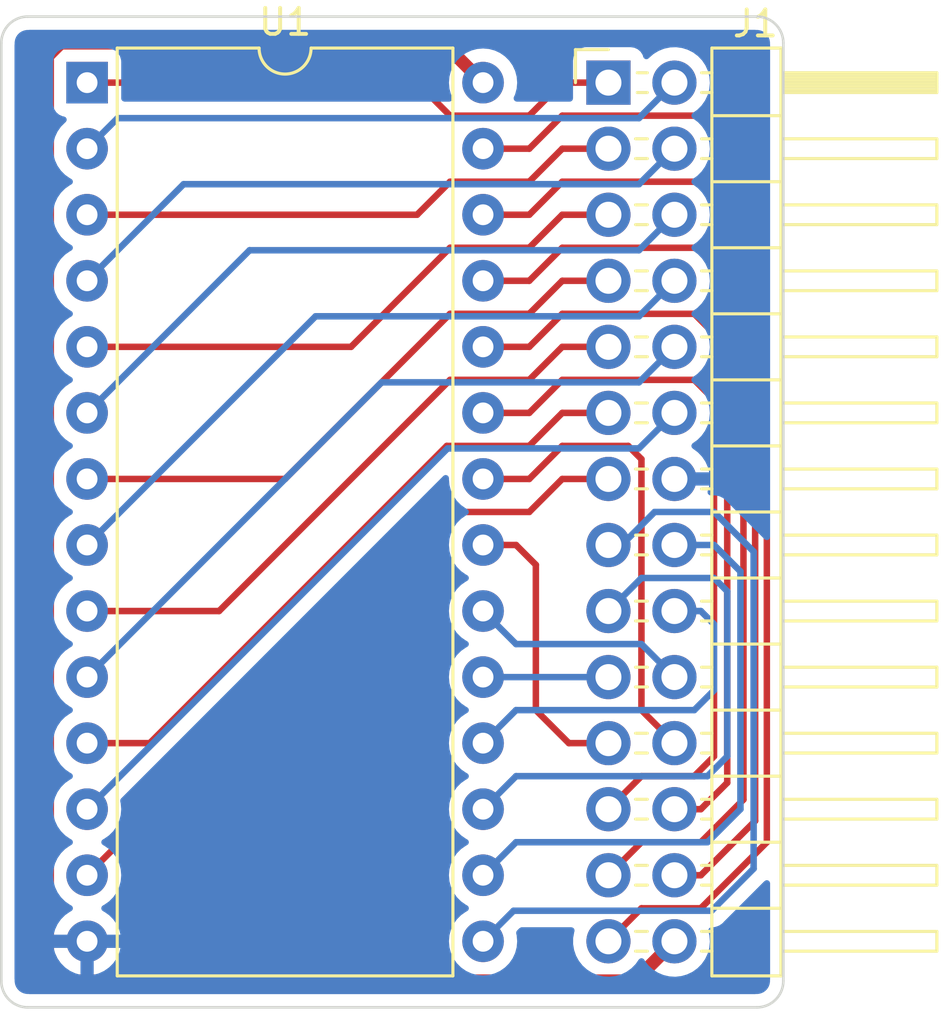
<source format=kicad_pcb>
(kicad_pcb (version 20201116) (generator pcbnew)
  (layers (0 "F.Cu" signal) (31 "B.Cu" signal) (34 "B.Paste" user) (35 "F.Paste" user) (36 "B.SilkS" user "B.Silkscreen") (37 "F.SilkS" user "F.Silkscreen") (38 "B.Mask" user) (39 "F.Mask" user) (44 "Edge.Cuts" user))
  (net 0 "")
  (net 1 "+5V")
  (net 2 "WE")
  (net 3 "/A13")
  (net 4 "/A8")
  (net 5 "/A9")
  (net 6 "/A11")
  (net 7 "OE")
  (net 8 "/A10")
  (net 9 "CS")
  (net 10 "/D7")
  (net 11 "/D6")
  (net 12 "/D5")
  (net 13 "/D4")
  (net 14 "/D3")
  (net 15 "GND")
  (net 16 "/D2")
  (net 17 "/D1")
  (net 18 "/D0")
  (net 19 "/A0")
  (net 20 "/A1")
  (net 21 "/A2")
  (net 22 "/A3")
  (net 23 "/A4")
  (net 24 "/A5")
  (net 25 "/A6")
  (net 26 "/A7")
  (net 27 "/A12")
  (net 28 "/A14")
  (footprint "Connector_PinHeader_2.54mm:PinHeader_2x14_P2.54mm_Horizontal" (layer "F.Cu") (at 121.92 51.054)
    (fp_text reference "J1" (at 5.655 -2.27) (layer "F.SilkS"))
    (fp_text value "ROM")
    (fp_line (start 1.11 -0.38) (end 1.497071 -0.38) (layer "F.SilkS") (width 0.12))
    (fp_line (start 3.582929 7.24) (end 3.98 7.24) (layer "F.SilkS") (width 0.12))
    (fp_line (start 6.64 0.04) (end 12.64 0.04) (layer "F.SilkS") (width 0.12))
    (fp_line (start 3.98 13.97) (end 6.64 13.97) (layer "F.SilkS") (width 0.12))
    (fp_line (start 12.64 13.08) (end 6.64 13.08) (layer "F.SilkS") (width 0.12))
    (fp_line (start 12.64 15.62) (end 6.64 15.62) (layer "F.SilkS") (width 0.12))
    (fp_line (start 1.042929 30.1) (end 1.497071 30.1) (layer "F.SilkS") (width 0.12))
    (fp_line (start 1.042929 33.4) (end 1.497071 33.4) (layer "F.SilkS") (width 0.12))
    (fp_line (start 6.64 34.35) (end 6.64 -1.33) (layer "F.SilkS") (width 0.12))
    (fp_line (start 3.582929 25.78) (end 3.98 25.78) (layer "F.SilkS") (width 0.12))
    (fp_line (start 12.64 32.64) (end 12.64 33.4) (layer "F.SilkS") (width 0.12))
    (fp_line (start 1.042929 20.7) (end 1.497071 20.7) (layer "F.SilkS") (width 0.12))
    (fp_line (start 1.042929 25.78) (end 1.497071 25.78) (layer "F.SilkS") (width 0.12))
    (fp_line (start 1.042929 13.08) (end 1.497071 13.08) (layer "F.SilkS") (width 0.12))
    (fp_line (start 1.042929 30.86) (end 1.497071 30.86) (layer "F.SilkS") (width 0.12))
    (fp_line (start 12.64 9.78) (end 12.64 10.54) (layer "F.SilkS") (width 0.12))
    (fp_line (start -1.27 -1.27) (end 0 -1.27) (layer "F.SilkS") (width 0.12))
    (fp_line (start 1.042929 18.16) (end 1.497071 18.16) (layer "F.SilkS") (width 0.12))
    (fp_line (start 3.98 24.13) (end 6.64 24.13) (layer "F.SilkS") (width 0.12))
    (fp_line (start 1.11 0.38) (end 1.497071 0.38) (layer "F.SilkS") (width 0.12))
    (fp_line (start 3.582929 2.16) (end 3.98 2.16) (layer "F.SilkS") (width 0.12))
    (fp_line (start 12.64 14.86) (end 12.64 15.62) (layer "F.SilkS") (width 0.12))
    (fp_line (start 1.042929 2.16) (end 1.497071 2.16) (layer "F.SilkS") (width 0.12))
    (fp_line (start 3.582929 13.08) (end 3.98 13.08) (layer "F.SilkS") (width 0.12))
    (fp_line (start 3.582929 10.54) (end 3.98 10.54) (layer "F.SilkS") (width 0.12))
    (fp_line (start 6.64 -0.08) (end 12.64 -0.08) (layer "F.SilkS") (width 0.12))
    (fp_line (start 1.042929 17.4) (end 1.497071 17.4) (layer "F.SilkS") (width 0.12))
    (fp_line (start 3.582929 22.48) (end 3.98 22.48) (layer "F.SilkS") (width 0.12))
    (fp_line (start 12.64 27.56) (end 12.64 28.32) (layer "F.SilkS") (width 0.12))
    (fp_line (start 12.64 33.4) (end 6.64 33.4) (layer "F.SilkS") (width 0.12))
    (fp_line (start 12.64 28.32) (end 6.64 28.32) (layer "F.SilkS") (width 0.12))
    (fp_line (start 12.64 25.02) (end 12.64 25.78) (layer "F.SilkS") (width 0.12))
    (fp_line (start 3.98 31.75) (end 6.64 31.75) (layer "F.SilkS") (width 0.12))
    (fp_line (start 3.98 11.43) (end 6.64 11.43) (layer "F.SilkS") (width 0.12))
    (fp_line (start 3.98 6.35) (end 6.64 6.35) (layer "F.SilkS") (width 0.12))
    (fp_line (start 6.64 25.02) (end 12.64 25.02) (layer "F.SilkS") (width 0.12))
    (fp_line (start 1.042929 28.32) (end 1.497071 28.32) (layer "F.SilkS") (width 0.12))
    (fp_line (start 3.582929 18.16) (end 3.98 18.16) (layer "F.SilkS") (width 0.12))
    (fp_line (start 6.64 -0.32) (end 12.64 -0.32) (layer "F.SilkS") (width 0.12))
    (fp_line (start 1.042929 22.48) (end 1.497071 22.48) (layer "F.SilkS") (width 0.12))
    (fp_line (start 3.582929 28.32) (end 3.98 28.32) (layer "F.SilkS") (width 0.12))
    (fp_line (start 12.64 19.94) (end 12.64 20.7) (layer "F.SilkS") (width 0.12))
    (fp_line (start 6.64 32.64) (end 12.64 32.64) (layer "F.SilkS") (width 0.12))
    (fp_line (start 3.582929 14.86) (end 3.98 14.86) (layer "F.SilkS") (width 0.12))
    (fp_line (start 1.042929 2.92) (end 1.497071 2.92) (layer "F.SilkS") (width 0.12))
    (fp_line (start 3.582929 19.94) (end 3.98 19.94) (layer "F.SilkS") (width 0.12))
    (fp_line (start 12.64 12.32) (end 12.64 13.08) (layer "F.SilkS") (width 0.12))
    (fp_line (start 3.582929 2.92) (end 3.98 2.92) (layer "F.SilkS") (width 0.12))
    (fp_line (start 1.042929 5.46) (end 1.497071 5.46) (layer "F.SilkS") (width 0.12))
    (fp_line (start 3.582929 33.4) (end 3.98 33.4) (layer "F.SilkS") (width 0.12))
    (fp_line (start 3.98 19.05) (end 6.64 19.05) (layer "F.SilkS") (width 0.12))
    (fp_line (start 1.042929 27.56) (end 1.497071 27.56) (layer "F.SilkS") (width 0.12))
    (fp_line (start 12.64 5.46) (end 6.64 5.46) (layer "F.SilkS") (width 0.12))
    (fp_line (start 12.64 0.38) (end 6.64 0.38) (layer "F.SilkS") (width 0.12))
    (fp_line (start 12.64 20.7) (end 6.64 20.7) (layer "F.SilkS") (width 0.12))
    (fp_line (start 12.64 30.86) (end 6.64 30.86) (layer "F.SilkS") (width 0.12))
    (fp_line (start 3.582929 23.24) (end 3.98 23.24) (layer "F.SilkS") (width 0.12))
    (fp_line (start 6.64 7.24) (end 12.64 7.24) (layer "F.SilkS") (width 0.12))
    (fp_line (start 1.042929 23.24) (end 1.497071 23.24) (layer "F.SilkS") (width 0.12))
    (fp_line (start 12.64 18.16) (end 6.64 18.16) (layer "F.SilkS") (width 0.12))
    (fp_line (start 6.64 17.4) (end 12.64 17.4) (layer "F.SilkS") (width 0.12))
    (fp_line (start 3.582929 27.56) (end 3.98 27.56) (layer "F.SilkS") (width 0.12))
    (fp_line (start 12.64 25.78) (end 6.64 25.78) (layer "F.SilkS") (width 0.12))
    (fp_line (start 3.582929 17.4) (end 3.98 17.4) (layer "F.SilkS") (width 0.12))
    (fp_line (start 3.582929 20.7) (end 3.98 20.7) (layer "F.SilkS") (width 0.12))
    (fp_line (start 3.582929 0.38) (end 3.98 0.38) (layer "F.SilkS") (width 0.12))
    (fp_line (start 1.042929 25.02) (end 1.497071 25.02) (layer "F.SilkS") (width 0.12))
    (fp_line (start 1.042929 10.54) (end 1.497071 10.54) (layer "F.SilkS") (width 0.12))
    (fp_line (start 6.64 22.48) (end 12.64 22.48) (layer "F.SilkS") (width 0.12))
    (fp_line (start 6.64 0.16) (end 12.64 0.16) (layer "F.SilkS") (width 0.12))
    (fp_line (start 12.64 2.16) (end 12.64 2.92) (layer "F.SilkS") (width 0.12))
    (fp_line (start 3.582929 -0.38) (end 3.98 -0.38) (layer "F.SilkS") (width 0.12))
    (fp_line (start 6.64 12.32) (end 12.64 12.32) (layer "F.SilkS") (width 0.12))
    (fp_line (start 3.582929 8) (end 3.98 8) (layer "F.SilkS") (width 0.12))
    (fp_line (start 12.64 2.92) (end 6.64 2.92) (layer "F.SilkS") (width 0.12))
    (fp_line (start 6.64 9.78) (end 12.64 9.78) (layer "F.SilkS") (width 0.12))
    (fp_line (start 3.98 26.67) (end 6.64 26.67) (layer "F.SilkS") (width 0.12))
    (fp_line (start 3.98 21.59) (end 6.64 21.59) (layer "F.SilkS") (width 0.12))
    (fp_line (start 6.64 0.28) (end 12.64 0.28) (layer "F.SilkS") (width 0.12))
    (fp_line (start 3.98 34.35) (end 6.64 34.35) (layer "F.SilkS") (width 0.12))
    (fp_line (start 3.98 29.21) (end 6.64 29.21) (layer "F.SilkS") (width 0.12))
    (fp_line (start 12.64 8) (end 6.64 8) (layer "F.SilkS") (width 0.12))
    (fp_line (start 12.64 30.1) (end 12.64 30.86) (layer "F.SilkS") (width 0.12))
    (fp_line (start 6.64 27.56) (end 12.64 27.56) (layer "F.SilkS") (width 0.12))
    (fp_line (start -1.27 0) (end -1.27 -1.27) (layer "F.SilkS") (width 0.12))
    (fp_line (start 1.042929 15.62) (end 1.497071 15.62) (layer "F.SilkS") (width 0.12))
    (fp_line (start 6.64 -1.33) (end 3.98 -1.33) (layer "F.SilkS") (width 0.12))
    (fp_line (start 3.582929 15.62) (end 3.98 15.62) (layer "F.SilkS") (width 0.12))
    (fp_line (start 3.582929 9.78) (end 3.98 9.78) (layer "F.SilkS") (width 0.12))
    (fp_line (start 6.64 19.94) (end 12.64 19.94) (layer "F.SilkS") (width 0.12))
    (fp_line (start 6.64 -0.2) (end 12.64 -0.2) (layer "F.SilkS") (width 0.12))
    (fp_line (start 1.042929 7.24) (end 1.497071 7.24) (layer "F.SilkS") (width 0.12))
    (fp_line (start 1.042929 14.86) (end 1.497071 14.86) (layer "F.SilkS") (width 0.12))
    (fp_line (start 1.042929 19.94) (end 1.497071 19.94) (layer "F.SilkS") (width 0.12))
    (fp_line (start 1.042929 9.78) (end 1.497071 9.78) (layer "F.SilkS") (width 0.12))
    (fp_line (start 3.98 8.89) (end 6.64 8.89) (layer "F.SilkS") (width 0.12))
    (fp_line (start 3.582929 30.86) (end 3.98 30.86) (layer "F.SilkS") (width 0.12))
    (fp_line (start 12.64 10.54) (end 6.64 10.54) (layer "F.SilkS") (width 0.12))
    (fp_line (start 6.64 2.16) (end 12.64 2.16) (layer "F.SilkS") (width 0.12))
    (fp_line (start 12.64 22.48) (end 12.64 23.24) (layer "F.SilkS") (width 0.12))
    (fp_line (start 3.582929 25.02) (end 3.98 25.02) (layer "F.SilkS") (width 0.12))
    (fp_line (start 12.64 4.7) (end 12.64 5.46) (layer "F.SilkS") (width 0.12))
    (fp_line (start 6.64 30.1) (end 12.64 30.1) (layer "F.SilkS") (width 0.12))
    (fp_line (start 3.582929 30.1) (end 3.98 30.1) (layer "F.SilkS") (width 0.12))
    (fp_line (start 12.64 23.24) (end 6.64 23.24) (layer "F.SilkS") (width 0.12))
    (fp_line (start 12.64 7.24) (end 12.64 8) (layer "F.SilkS") (width 0.12))
    (fp_line (start 3.98 3.81) (end 6.64 3.81) (layer "F.SilkS") (width 0.12))
    (fp_line (start 3.98 1.27) (end 6.64 1.27) (layer "F.SilkS") (width 0.12))
    (fp_line (start 12.64 -0.38) (end 12.64 0.38) (layer "F.SilkS") (width 0.12))
    (fp_line (start 1.042929 32.64) (end 1.497071 32.64) (layer "F.SilkS") (width 0.12))
    (fp_line (start 3.582929 12.32) (end 3.98 12.32) (layer "F.SilkS") (width 0.12))
    (fp_line (start 1.042929 4.7) (end 1.497071 4.7) (layer "F.SilkS") (width 0.12))
    (fp_line (start 6.64 4.7) (end 12.64 4.7) (layer "F.SilkS") (width 0.12))
    (fp_line (start 6.64 -0.38) (end 12.64 -0.38) (layer "F.SilkS") (width 0.12))
    (fp_line (start 3.582929 5.46) (end 3.98 5.46) (layer "F.SilkS") (width 0.12))
    (fp_line (start 6.64 14.86) (end 12.64 14.86) (layer "F.SilkS") (width 0.12))
    (fp_line (start 3.98 -1.33) (end 3.98 34.35) (layer "F.SilkS") (width 0.12))
    (fp_line (start 3.582929 4.7) (end 3.98 4.7) (layer "F.SilkS") (width 0.12))
    (fp_line (start 12.64 17.4) (end 12.64 18.16) (layer "F.SilkS") (width 0.12))
    (fp_line (start 1.042929 8) (end 1.497071 8) (layer "F.SilkS") (width 0.12))
    (fp_line (start 3.582929 32.64) (end 3.98 32.64) (layer "F.SilkS") (width 0.12))
    (fp_line (start 1.042929 12.32) (end 1.497071 12.32) (layer "F.SilkS") (width 0.12))
    (fp_line (start 3.98 16.51) (end 6.64 16.51) (layer "F.SilkS") (width 0.12))
    (pad "1" thru_hole rect (at 0 0) (size 1.7 1.7) (drill 1) (layers *.Cu *.Mask) (net 28 "/A14"))
    (pad "2" thru_hole oval (at 2.54 0) (size 1.7 1.7) (drill 1) (layers *.Cu *.Mask) (net 27 "/A12"))
    (pad "3" thru_hole oval (at 0 2.54) (size 1.7 1.7) (drill 1) (layers *.Cu *.Mask) (net 26 "/A7"))
    (pad "4" thru_hole oval (at 2.54 2.54) (size 1.7 1.7) (drill 1) (layers *.Cu *.Mask) (net 25 "/A6"))
    (pad "5" thru_hole oval (at 0 5.08) (size 1.7 1.7) (drill 1) (layers *.Cu *.Mask) (net 24 "/A5"))
    (pad "6" thru_hole oval (at 2.54 5.08) (size 1.7 1.7) (drill 1) (layers *.Cu *.Mask) (net 23 "/A4"))
    (pad "7" thru_hole oval (at 0 7.62) (size 1.7 1.7) (drill 1) (layers *.Cu *.Mask) (net 22 "/A3"))
    (pad "8" thru_hole oval (at 2.54 7.62) (size 1.7 1.7) (drill 1) (layers *.Cu *.Mask) (net 21 "/A2"))
    (pad "9" thru_hole oval (at 0 10.16) (size 1.7 1.7) (drill 1) (layers *.Cu *.Mask) (net 20 "/A1"))
    (pad "10" thru_hole oval (at 2.54 10.16) (size 1.7 1.7) (drill 1) (layers *.Cu *.Mask) (net 19 "/A0"))
    (pad "11" thru_hole oval (at 0 12.7) (size 1.7 1.7) (drill 1) (layers *.Cu *.Mask) (net 18 "/D0"))
    (pad "12" thru_hole oval (at 2.54 12.7) (size 1.7 1.7) (drill 1) (layers *.Cu *.Mask) (net 17 "/D1"))
    (pad "13" thru_hole oval (at 0 15.24) (size 1.7 1.7) (drill 1) (layers *.Cu *.Mask) (net 16 "/D2"))
    (pad "14" thru_hole oval (at 2.54 15.24) (size 1.7 1.7) (drill 1) (layers *.Cu *.Mask) (net 15 "GND"))
    (pad "15" thru_hole oval (at 0 17.78) (size 1.7 1.7) (drill 1) (layers *.Cu *.Mask) (net 14 "/D3"))
    (pad "16" thru_hole oval (at 2.54 17.78) (size 1.7 1.7) (drill 1) (layers *.Cu *.Mask) (net 13 "/D4"))
    (pad "17" thru_hole oval (at 0 20.32) (size 1.7 1.7) (drill 1) (layers *.Cu *.Mask) (net 12 "/D5"))
    (pad "18" thru_hole oval (at 2.54 20.32) (size 1.7 1.7) (drill 1) (layers *.Cu *.Mask) (net 11 "/D6"))
    (pad "19" thru_hole oval (at 0 22.86) (size 1.7 1.7) (drill 1) (layers *.Cu *.Mask) (net 10 "/D7"))
    (pad "20" thru_hole oval (at 2.54 22.86) (size 1.7 1.7) (drill 1) (layers *.Cu *.Mask) (net 9 "CS"))
    (pad "21" thru_hole oval (at 0 25.4) (size 1.7 1.7) (drill 1) (layers *.Cu *.Mask) (net 8 "/A10"))
    (pad "22" thru_hole oval (at 2.54 25.4) (size 1.7 1.7) (drill 1) (layers *.Cu *.Mask) (net 7 "OE"))
    (pad "23" thru_hole oval (at 0 27.94) (size 1.7 1.7) (drill 1) (layers *.Cu *.Mask) (net 6 "/A11"))
    (pad "24" thru_hole oval (at 2.54 27.94) (size 1.7 1.7) (drill 1) (layers *.Cu *.Mask) (net 5 "/A9"))
    (pad "25" thru_hole oval (at 0 30.48) (size 1.7 1.7) (drill 1) (layers *.Cu *.Mask) (net 4 "/A8"))
    (pad "26" thru_hole oval (at 2.54 30.48) (size 1.7 1.7) (drill 1) (layers *.Cu *.Mask) (net 3 "/A13"))
    (pad "27" thru_hole oval (at 0 33.02) (size 1.7 1.7) (drill 1) (layers *.Cu *.Mask) (net 2 "WE"))
    (pad "28" thru_hole oval (at 2.54 33.02) (size 1.7 1.7) (drill 1) (layers *.Cu *.Mask) (net 1 "+5V"))
  )
  (footprint "Package_DIP:DIP-28_W15.24mm" (layer "F.Cu") (at 101.854 51.054)
    (fp_text reference "U1" (at 7.62 -2.33) (layer "F.SilkS"))
    (fp_text value "28C256")
    (fp_line (start 14.08 -1.33) (end 8.62 -1.33) (layer "F.SilkS") (width 0.12))
    (fp_line (start 1.16 34.35) (end 14.08 34.35) (layer "F.SilkS") (width 0.12))
    (fp_line (start 1.16 -1.33) (end 1.16 34.35) (layer "F.SilkS") (width 0.12))
    (fp_line (start 6.62 -1.33) (end 1.16 -1.33) (layer "F.SilkS") (width 0.12))
    (fp_line (start 14.08 34.35) (end 14.08 -1.33) (layer "F.SilkS") (width 0.12))
    (fp_arc (start 7.62 -1.33) (end 6.62 -1.33) (angle -180) (layer "F.SilkS") (width 0.12))
    (pad "1" thru_hole rect (at 0 0) (size 1.6 1.6) (drill 0.8) (layers *.Cu *.Mask) (net 28 "/A14"))
    (pad "2" thru_hole oval (at 0 2.54) (size 1.6 1.6) (drill 0.8) (layers *.Cu *.Mask) (net 27 "/A12"))
    (pad "3" thru_hole oval (at 0 5.08) (size 1.6 1.6) (drill 0.8) (layers *.Cu *.Mask) (net 26 "/A7"))
    (pad "4" thru_hole oval (at 0 7.62) (size 1.6 1.6) (drill 0.8) (layers *.Cu *.Mask) (net 25 "/A6"))
    (pad "5" thru_hole oval (at 0 10.16) (size 1.6 1.6) (drill 0.8) (layers *.Cu *.Mask) (net 24 "/A5"))
    (pad "6" thru_hole oval (at 0 12.7) (size 1.6 1.6) (drill 0.8) (layers *.Cu *.Mask) (net 23 "/A4"))
    (pad "7" thru_hole oval (at 0 15.24) (size 1.6 1.6) (drill 0.8) (layers *.Cu *.Mask) (net 22 "/A3"))
    (pad "8" thru_hole oval (at 0 17.78) (size 1.6 1.6) (drill 0.8) (layers *.Cu *.Mask) (net 21 "/A2"))
    (pad "9" thru_hole oval (at 0 20.32) (size 1.6 1.6) (drill 0.8) (layers *.Cu *.Mask) (net 20 "/A1"))
    (pad "10" thru_hole oval (at 0 22.86) (size 1.6 1.6) (drill 0.8) (layers *.Cu *.Mask) (net 19 "/A0"))
    (pad "11" thru_hole oval (at 0 25.4) (size 1.6 1.6) (drill 0.8) (layers *.Cu *.Mask) (net 18 "/D0"))
    (pad "12" thru_hole oval (at 0 27.94) (size 1.6 1.6) (drill 0.8) (layers *.Cu *.Mask) (net 17 "/D1"))
    (pad "13" thru_hole oval (at 0 30.48) (size 1.6 1.6) (drill 0.8) (layers *.Cu *.Mask) (net 16 "/D2"))
    (pad "14" thru_hole oval (at 0 33.02) (size 1.6 1.6) (drill 0.8) (layers *.Cu *.Mask) (net 15 "GND"))
    (pad "15" thru_hole oval (at 15.24 33.02) (size 1.6 1.6) (drill 0.8) (layers *.Cu *.Mask) (net 14 "/D3"))
    (pad "16" thru_hole oval (at 15.24 30.48) (size 1.6 1.6) (drill 0.8) (layers *.Cu *.Mask) (net 13 "/D4"))
    (pad "17" thru_hole oval (at 15.24 27.94) (size 1.6 1.6) (drill 0.8) (layers *.Cu *.Mask) (net 12 "/D5"))
    (pad "18" thru_hole oval (at 15.24 25.4) (size 1.6 1.6) (drill 0.8) (layers *.Cu *.Mask) (net 11 "/D6"))
    (pad "19" thru_hole oval (at 15.24 22.86) (size 1.6 1.6) (drill 0.8) (layers *.Cu *.Mask) (net 10 "/D7"))
    (pad "20" thru_hole oval (at 15.24 20.32) (size 1.6 1.6) (drill 0.8) (layers *.Cu *.Mask) (net 9 "CS"))
    (pad "21" thru_hole oval (at 15.24 17.78) (size 1.6 1.6) (drill 0.8) (layers *.Cu *.Mask) (net 8 "/A10"))
    (pad "22" thru_hole oval (at 15.24 15.24) (size 1.6 1.6) (drill 0.8) (layers *.Cu *.Mask) (net 7 "OE"))
    (pad "23" thru_hole oval (at 15.24 12.7) (size 1.6 1.6) (drill 0.8) (layers *.Cu *.Mask) (net 6 "/A11"))
    (pad "24" thru_hole oval (at 15.24 10.16) (size 1.6 1.6) (drill 0.8) (layers *.Cu *.Mask) (net 5 "/A9"))
    (pad "25" thru_hole oval (at 15.24 7.62) (size 1.6 1.6) (drill 0.8) (layers *.Cu *.Mask) (net 4 "/A8"))
    (pad "26" thru_hole oval (at 15.24 5.08) (size 1.6 1.6) (drill 0.8) (layers *.Cu *.Mask) (net 3 "/A13"))
    (pad "27" thru_hole oval (at 15.24 2.54) (size 1.6 1.6) (drill 0.8) (layers *.Cu *.Mask) (net 2 "WE"))
    (pad "28" thru_hole oval (at 15.24 0) (size 1.6 1.6) (drill 0.8) (layers *.Cu *.Mask) (net 1 "+5V"))
  )
  (gr_line (start 128.651 49.53) (end 128.651 85.598) (layer "Edge.Cuts") (width 0.1))
  (gr_arc (start 99.568 49.53) (end 99.568 48.514) (angle -90) (layer "Edge.Cuts") (width 0.1))
  (gr_line (start 127.635 86.614) (end 99.568 86.614) (layer "Edge.Cuts") (width 0.1))
  (gr_arc (start 127.635 49.53) (end 128.651 49.53) (angle -90) (layer "Edge.Cuts") (width 0.1))
  (gr_arc (start 127.635 85.598) (end 127.635 86.614) (angle -90) (layer "Edge.Cuts") (width 0.1))
  (gr_arc (start 99.568 85.598) (end 98.552 85.598) (angle -90) (layer "Edge.Cuts") (width 0.1))
  (gr_line (start 99.568 48.514) (end 127.635 48.514) (layer "Edge.Cuts") (width 0.1))
  (gr_line (start 98.552 85.598) (end 98.552 49.53) (layer "Edge.Cuts") (width 0.1))
  (segment (start 124.46 84.074) (end 122.936 85.598) (width 0.5) (layer "F.Cu") (net 1))
  (segment (start 100.33 85.09) (end 100.33 50.038) (width 0.5) (layer "F.Cu") (net 1))
  (segment (start 100.838 85.598) (end 100.33 85.09) (width 0.5) (layer "F.Cu") (net 1))
  (segment (start 122.936 85.598) (end 100.838 85.598) (width 0.5) (layer "F.Cu") (net 1))
  (segment (start 115.57 49.53) (end 117.094 51.054) (width 0.5) (layer "F.Cu") (net 1))
  (segment (start 100.838 49.53) (end 115.57 49.53) (width 0.5) (layer "F.Cu") (net 1))
  (segment (start 100.33 50.038) (end 100.838 49.53) (width 0.5) (layer "F.Cu") (net 1))
  (segment (start 118.872 53.594) (end 120.142 52.324) (width 0.25) (layer "F.Cu") (net 2))
  (segment (start 123.19 82.804) (end 121.92 84.074) (width 0.25) (layer "F.Cu") (net 2))
  (segment (start 127.508 52.324) (end 128.016 52.832) (width 0.25) (layer "F.Cu") (net 2))
  (segment (start 128.016 52.832) (end 128.016 80.264) (width 0.25) (layer "F.Cu") (net 2))
  (segment (start 120.142 52.324) (end 127.508 52.324) (width 0.25) (layer "F.Cu") (net 2))
  (segment (start 128.016 80.264) (end 125.476 82.804) (width 0.25) (layer "F.Cu") (net 2))
  (segment (start 125.476 82.804) (end 123.19 82.804) (width 0.25) (layer "F.Cu") (net 2))
  (segment (start 117.094 53.594) (end 118.872 53.594) (width 0.25) (layer "F.Cu") (net 2))
  (segment (start 120.142 54.864) (end 125.984 54.864) (width 0.25) (layer "F.Cu") (net 3))
  (segment (start 125.476 81.534) (end 124.46 81.534) (width 0.25) (layer "F.Cu") (net 3))
  (segment (start 125.984 54.864) (end 127.56599 56.44599) (width 0.25) (layer "F.Cu") (net 3))
  (segment (start 127.56599 56.44599) (end 127.56599 79.44401) (width 0.25) (layer "F.Cu") (net 3))
  (segment (start 127.56599 79.44401) (end 125.476 81.534) (width 0.25) (layer "F.Cu") (net 3))
  (segment (start 117.094 56.134) (end 118.872 56.134) (width 0.25) (layer "F.Cu") (net 3))
  (segment (start 118.872 56.134) (end 120.142 54.864) (width 0.25) (layer "F.Cu") (net 3))
  (segment (start 123.19 80.264) (end 121.92 81.534) (width 0.25) (layer "F.Cu") (net 4))
  (segment (start 120.142 57.404) (end 125.984 57.404) (width 0.25) (layer "F.Cu") (net 4))
  (segment (start 127.11598 58.53598) (end 127.11598 78.62402) (width 0.25) (layer "F.Cu") (net 4))
  (segment (start 125.476 80.264) (end 123.19 80.264) (width 0.25) (layer "F.Cu") (net 4))
  (segment (start 125.984 57.404) (end 127.11598 58.53598) (width 0.25) (layer "F.Cu") (net 4))
  (segment (start 127.11598 78.62402) (end 125.476 80.264) (width 0.25) (layer "F.Cu") (net 4))
  (segment (start 117.094 58.674) (end 118.872 58.674) (width 0.25) (layer "F.Cu") (net 4))
  (segment (start 118.872 58.674) (end 120.142 57.404) (width 0.25) (layer "F.Cu") (net 4))
  (segment (start 125.222 59.944) (end 126.492 61.214) (width 0.25) (layer "F.Cu") (net 5))
  (segment (start 117.094 61.214) (end 118.872 61.214) (width 0.25) (layer "F.Cu") (net 5))
  (segment (start 125.476 78.994) (end 124.46 78.994) (width 0.25) (layer "F.Cu") (net 5))
  (segment (start 120.142 59.944) (end 125.222 59.944) (width 0.25) (layer "F.Cu") (net 5))
  (segment (start 118.872 61.214) (end 120.142 59.944) (width 0.25) (layer "F.Cu") (net 5))
  (segment (start 126.492 61.214) (end 126.492 77.978) (width 0.25) (layer "F.Cu") (net 5))
  (segment (start 126.492 77.978) (end 125.476 78.994) (width 0.25) (layer "F.Cu") (net 5))
  (segment (start 125.984 63.246) (end 125.222 62.484) (width 0.25) (layer "F.Cu") (net 6))
  (segment (start 123.19 77.724) (end 125.222 77.724) (width 0.25) (layer "F.Cu") (net 6))
  (segment (start 125.222 62.484) (end 120.142 62.484) (width 0.25) (layer "F.Cu") (net 6))
  (segment (start 118.872 63.754) (end 117.094 63.754) (width 0.25) (layer "F.Cu") (net 6))
  (segment (start 125.984 76.962) (end 125.984 63.246) (width 0.25) (layer "F.Cu") (net 6))
  (segment (start 121.92 78.994) (end 123.19 77.724) (width 0.25) (layer "F.Cu") (net 6))
  (segment (start 125.222 77.724) (end 125.984 76.962) (width 0.25) (layer "F.Cu") (net 6))
  (segment (start 120.142 62.484) (end 118.872 63.754) (width 0.25) (layer "F.Cu") (net 6))
  (segment (start 123.19 65.532) (end 123.19 75.184) (width 0.25) (layer "F.Cu") (net 7))
  (segment (start 122.682 65.024) (end 123.19 65.532) (width 0.25) (layer "F.Cu") (net 7))
  (segment (start 117.094 66.294) (end 118.872 66.294) (width 0.25) (layer "F.Cu") (net 7))
  (segment (start 120.142 65.024) (end 122.682 65.024) (width 0.25) (layer "F.Cu") (net 7))
  (segment (start 118.872 66.294) (end 120.142 65.024) (width 0.25) (layer "F.Cu") (net 7))
  (segment (start 123.19 75.184) (end 124.46 76.454) (width 0.25) (layer "F.Cu") (net 7))
  (segment (start 117.094 68.834) (end 118.364 68.834) (width 0.25) (layer "F.Cu") (net 8))
  (segment (start 119.126 69.596) (end 119.126 75.184) (width 0.25) (layer "F.Cu") (net 8))
  (segment (start 118.364 68.834) (end 119.126 69.596) (width 0.25) (layer "F.Cu") (net 8))
  (segment (start 119.126 75.184) (end 120.396 76.454) (width 0.25) (layer "F.Cu") (net 8))
  (segment (start 120.396 76.454) (end 121.92 76.454) (width 0.25) (layer "F.Cu") (net 8))
  (segment (start 123.19 72.644) (end 124.46 73.914) (width 0.25) (layer "B.Cu") (net 9))
  (segment (start 118.364 72.644) (end 123.19 72.644) (width 0.25) (layer "B.Cu") (net 9))
  (segment (start 117.094 71.374) (end 118.364 72.644) (width 0.25) (layer "B.Cu") (net 9))
  (segment (start 117.094 73.914) (end 121.92 73.914) (width 0.25) (layer "B.Cu") (net 10))
  (segment (start 125.222 75.184) (end 125.984 74.422) (width 0.25) (layer "B.Cu") (net 11))
  (segment (start 117.094 76.454) (end 118.364 75.184) (width 0.25) (layer "B.Cu") (net 11))
  (segment (start 125.984 74.422) (end 125.984 71.882) (width 0.25) (layer "B.Cu") (net 11))
  (segment (start 125.476 71.374) (end 124.46 71.374) (width 0.25) (layer "B.Cu") (net 11))
  (segment (start 118.364 75.184) (end 125.222 75.184) (width 0.25) (layer "B.Cu") (net 11))
  (segment (start 125.984 71.882) (end 125.476 71.374) (width 0.25) (layer "B.Cu") (net 11))
  (segment (start 118.364 77.724) (end 125.73 77.724) (width 0.25) (layer "B.Cu") (net 12))
  (segment (start 125.73 77.724) (end 126.492 76.962) (width 0.25) (layer "B.Cu") (net 12))
  (segment (start 126.492 76.962) (end 126.492 70.612) (width 0.25) (layer "B.Cu") (net 12))
  (segment (start 125.984 70.104) (end 123.19 70.104) (width 0.25) (layer "B.Cu") (net 12))
  (segment (start 117.094 78.994) (end 118.364 77.724) (width 0.25) (layer "B.Cu") (net 12))
  (segment (start 126.492 70.612) (end 125.984 70.104) (width 0.25) (layer "B.Cu") (net 12))
  (segment (start 123.19 70.104) (end 121.92 71.374) (width 0.25) (layer "B.Cu") (net 12))
  (segment (start 118.364 80.264) (end 125.73 80.264) (width 0.25) (layer "B.Cu") (net 13))
  (segment (start 125.984 68.834) (end 124.46 68.834) (width 0.25) (layer "B.Cu") (net 13))
  (segment (start 117.094 81.534) (end 118.364 80.264) (width 0.25) (layer "B.Cu") (net 13))
  (segment (start 127 69.85) (end 125.984 68.834) (width 0.25) (layer "B.Cu") (net 13))
  (segment (start 127 78.994) (end 127 69.85) (width 0.25) (layer "B.Cu") (net 13))
  (segment (start 125.73 80.264) (end 127 78.994) (width 0.25) (layer "B.Cu") (net 13))
  (segment (start 125.984 67.564) (end 127.508 69.088) (width 0.25) (layer "B.Cu") (net 14))
  (segment (start 125.889001 82.898999) (end 118.269001 82.898999) (width 0.25) (layer "B.Cu") (net 14))
  (segment (start 127.508 69.088) (end 127.508 81.28) (width 0.25) (layer "B.Cu") (net 14))
  (segment (start 122.428 68.834) (end 123.698 67.564) (width 0.25) (layer "B.Cu") (net 14))
  (segment (start 127.508 81.28) (end 125.889001 82.898999) (width 0.25) (layer "B.Cu") (net 14))
  (segment (start 121.92 68.834) (end 122.428 68.834) (width 0.25) (layer "B.Cu") (net 14))
  (segment (start 118.269001 82.898999) (end 117.094 84.074) (width 0.25) (layer "B.Cu") (net 14))
  (segment (start 123.698 67.564) (end 125.984 67.564) (width 0.25) (layer "B.Cu") (net 14))
  (segment (start 124.46 66.294) (end 123.952 66.294) (width 0.25) (layer "B.Cu") (net 15))
  (segment (start 118.872 67.564) (end 115.824 67.564) (width 0.25) (layer "F.Cu") (net 16))
  (segment (start 115.824 67.564) (end 101.854 81.534) (width 0.25) (layer "F.Cu") (net 16))
  (segment (start 121.92 66.294) (end 120.142 66.294) (width 0.25) (layer "F.Cu") (net 16))
  (segment (start 120.142 66.294) (end 118.872 67.564) (width 0.25) (layer "F.Cu") (net 16))
  (segment (start 124.46 63.754) (end 123.095001 65.118999) (width 0.25) (layer "B.Cu") (net 17))
  (segment (start 115.729001 65.118999) (end 101.854 78.994) (width 0.25) (layer "B.Cu") (net 17))
  (segment (start 123.095001 65.118999) (end 115.729001 65.118999) (width 0.25) (layer "B.Cu") (net 17))
  (segment (start 121.92 63.754) (end 120.142 63.754) (width 0.25) (layer "F.Cu") (net 18))
  (segment (start 115.697 65.024) (end 104.267 76.454) (width 0.25) (layer "F.Cu") (net 18))
  (segment (start 120.142 63.754) (end 118.872 65.024) (width 0.25) (layer "F.Cu") (net 18))
  (segment (start 118.872 65.024) (end 115.697 65.024) (width 0.25) (layer "F.Cu") (net 18))
  (segment (start 104.267 76.454) (end 101.854 76.454) (width 0.25) (layer "F.Cu") (net 18))
  (segment (start 113.189001 62.578999) (end 101.854 73.914) (width 0.25) (layer "B.Cu") (net 19))
  (segment (start 123.095001 62.578999) (end 113.189001 62.578999) (width 0.25) (layer "B.Cu") (net 19))
  (segment (start 124.46 61.214) (end 123.095001 62.578999) (width 0.25) (layer "B.Cu") (net 19))
  (segment (start 106.934 71.374) (end 101.854 71.374) (width 0.25) (layer "F.Cu") (net 20))
  (segment (start 120.142 61.214) (end 118.872 62.484) (width 0.25) (layer "F.Cu") (net 20))
  (segment (start 118.872 62.484) (end 115.824 62.484) (width 0.25) (layer "F.Cu") (net 20))
  (segment (start 121.92 61.214) (end 120.142 61.214) (width 0.25) (layer "F.Cu") (net 20))
  (segment (start 115.824 62.484) (end 106.934 71.374) (width 0.25) (layer "F.Cu") (net 20))
  (segment (start 124.46 58.674) (end 123.095001 60.038999) (width 0.25) (layer "B.Cu") (net 21))
  (segment (start 123.095001 60.038999) (end 110.649001 60.038999) (width 0.25) (layer "B.Cu") (net 21))
  (segment (start 110.649001 60.038999) (end 101.854 68.834) (width 0.25) (layer "B.Cu") (net 21))
  (segment (start 109.474 66.294) (end 101.854 66.294) (width 0.25) (layer "F.Cu") (net 22))
  (segment (start 118.872 59.944) (end 115.824 59.944) (width 0.25) (layer "F.Cu") (net 22))
  (segment (start 115.824 59.944) (end 109.474 66.294) (width 0.25) (layer "F.Cu") (net 22))
  (segment (start 121.92 58.674) (end 120.142 58.674) (width 0.25) (layer "F.Cu") (net 22))
  (segment (start 120.142 58.674) (end 118.872 59.944) (width 0.25) (layer "F.Cu") (net 22))
  (segment (start 123.095001 57.498999) (end 108.109001 57.498999) (width 0.25) (layer "B.Cu") (net 23))
  (segment (start 124.46 56.134) (end 123.095001 57.498999) (width 0.25) (layer "B.Cu") (net 23))
  (segment (start 108.109001 57.498999) (end 101.854 63.754) (width 0.25) (layer "B.Cu") (net 23))
  (segment (start 118.872 57.404) (end 115.824 57.404) (width 0.25) (layer "F.Cu") (net 24))
  (segment (start 112.014 61.214) (end 101.854 61.214) (width 0.25) (layer "F.Cu") (net 24))
  (segment (start 121.92 56.134) (end 120.142 56.134) (width 0.25) (layer "F.Cu") (net 24))
  (segment (start 120.142 56.134) (end 118.872 57.404) (width 0.25) (layer "F.Cu") (net 24))
  (segment (start 115.824 57.404) (end 112.014 61.214) (width 0.25) (layer "F.Cu") (net 24))
  (segment (start 124.46 53.594) (end 123.095001 54.958999) (width 0.25) (layer "B.Cu") (net 25))
  (segment (start 105.569001 54.958999) (end 101.854 58.674) (width 0.25) (layer "B.Cu") (net 25))
  (segment (start 123.095001 54.958999) (end 105.569001 54.958999) (width 0.25) (layer "B.Cu") (net 25))
  (segment (start 121.92 53.594) (end 120.142 53.594) (width 0.25) (layer "F.Cu") (net 26))
  (segment (start 118.872 54.864) (end 115.824 54.864) (width 0.25) (layer "F.Cu") (net 26))
  (segment (start 120.142 53.594) (end 118.872 54.864) (width 0.25) (layer "F.Cu") (net 26))
  (segment (start 114.554 56.134) (end 101.854 56.134) (width 0.25) (layer "F.Cu") (net 26))
  (segment (start 115.824 54.864) (end 114.554 56.134) (width 0.25) (layer "F.Cu") (net 26))
  (segment (start 123.095001 52.418999) (end 103.029001 52.418999) (width 0.25) (layer "B.Cu") (net 27))
  (segment (start 124.46 51.054) (end 123.095001 52.418999) (width 0.25) (layer "B.Cu") (net 27))
  (segment (start 103.029001 52.418999) (end 101.854 53.594) (width 0.25) (layer "B.Cu") (net 27))
  (segment (start 120.142 51.054) (end 118.872 52.324) (width 0.25) (layer "F.Cu") (net 28))
  (segment (start 115.824 52.324) (end 114.554 51.054) (width 0.25) (layer "F.Cu") (net 28))
  (segment (start 121.92 51.054) (end 120.142 51.054) (width 0.25) (layer "F.Cu") (net 28))
  (segment (start 118.872 52.324) (end 115.824 52.324) (width 0.25) (layer "F.Cu") (net 28))
  (segment (start 114.554 51.054) (end 101.854 51.054) (width 0.25) (layer "F.Cu") (net 28))
  (zone (net 15) (net_name "GND") (layer "B.Cu") (connect_pads (clearance 0.508)) (min_thickness 0.254) (fill yes (thermal_gap 0.508) (thermal_bridge_width 0.508))
    (polygon (pts (xy 128.524 86.614) (xy 98.552 86.614) (xy 98.552 48.514) (xy 128.778 48.514)))
  )
)
</source>
